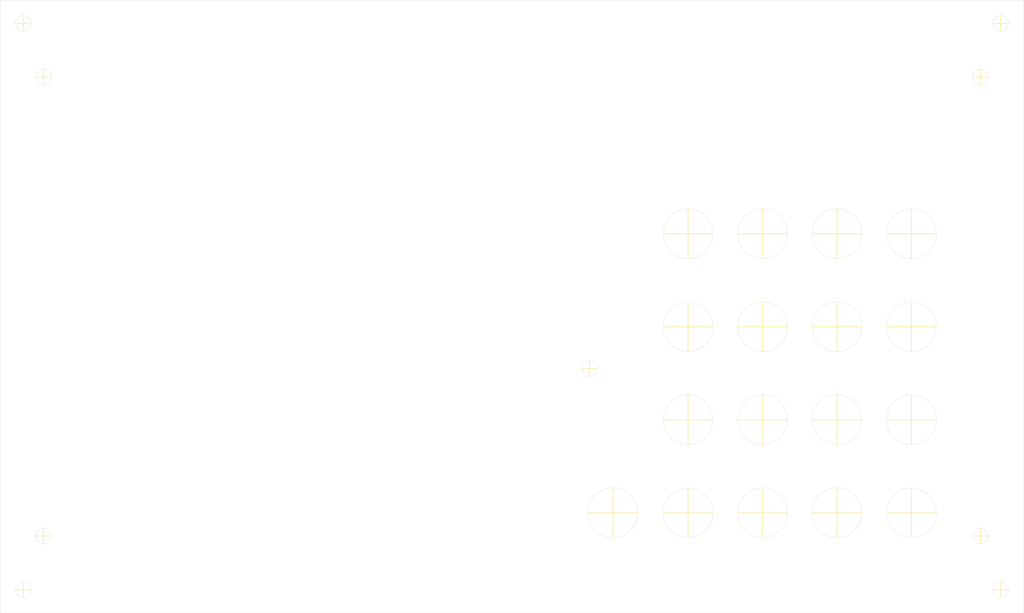
<source format=kicad_pcb>
(kicad_pcb (version 20171130) (host pcbnew "(6.0.0-rc1-dev-1497-g419718b59)")

  (general
    (thickness 1.6)
    (drawings 82)
    (tracks 0)
    (zones 0)
    (modules 0)
    (nets 1)
  )

  (page A4)
  (layers
    (0 F.Cu signal)
    (31 B.Cu signal)
    (32 B.Adhes user hide)
    (33 F.Adhes user hide)
    (34 B.Paste user hide)
    (35 F.Paste user hide)
    (36 B.SilkS user)
    (37 F.SilkS user)
    (38 B.Mask user)
    (39 F.Mask user)
    (40 Dwgs.User user hide)
    (41 Cmts.User user hide)
    (42 Eco1.User user hide)
    (43 Eco2.User user hide)
    (44 Edge.Cuts user)
    (45 Margin user hide)
    (46 B.CrtYd user)
    (47 F.CrtYd user)
    (48 B.Fab user)
    (49 F.Fab user)
  )

  (setup
    (last_trace_width 0.4)
    (user_trace_width 0.5)
    (user_trace_width 1)
    (trace_clearance 0.2)
    (zone_clearance 0.508)
    (zone_45_only no)
    (trace_min 0.2)
    (via_size 0.8)
    (via_drill 0.4)
    (via_min_size 0.4)
    (via_min_drill 0.3)
    (user_via 1 0.6)
    (user_via 1.4 0.8)
    (uvia_size 0.3)
    (uvia_drill 0.1)
    (uvias_allowed no)
    (uvia_min_size 0.2)
    (uvia_min_drill 0.1)
    (edge_width 0.05)
    (segment_width 0.2)
    (pcb_text_width 0.3)
    (pcb_text_size 1.5 1.5)
    (mod_edge_width 0.12)
    (mod_text_size 1 1)
    (mod_text_width 0.15)
    (pad_size 1.524 1.524)
    (pad_drill 0.762)
    (pad_to_mask_clearance 0.051)
    (solder_mask_min_width 0.25)
    (aux_axis_origin 0 0)
    (visible_elements 7FFFFFFF)
    (pcbplotparams
      (layerselection 0x010f0_ffffffff)
      (usegerberextensions false)
      (usegerberattributes false)
      (usegerberadvancedattributes false)
      (creategerberjobfile false)
      (excludeedgelayer true)
      (linewidth 0.100000)
      (plotframeref false)
      (viasonmask false)
      (mode 1)
      (useauxorigin false)
      (hpglpennumber 1)
      (hpglpenspeed 20)
      (hpglpendiameter 15.000000)
      (psnegative false)
      (psa4output false)
      (plotreference true)
      (plotvalue true)
      (plotinvisibletext false)
      (padsonsilk false)
      (subtractmaskfromsilk false)
      (outputformat 1)
      (mirror false)
      (drillshape 0)
      (scaleselection 1)
      (outputdirectory "gerber/"))
  )

  (net 0 "")

  (net_class Default "Dies ist die voreingestellte Netzklasse."
    (clearance 0.2)
    (trace_width 0.4)
    (via_dia 0.8)
    (via_drill 0.4)
    (uvia_dia 0.3)
    (uvia_drill 0.1)
  )

  (gr_line (start 39.395 33.77) (end 248.895 33.77) (layer Edge.Cuts) (width 0.05))
  (gr_line (start 248.895 33.77) (end 248.895 159.27) (layer Edge.Cuts) (width 0.05))
  (gr_line (start 248.895 159.27) (end 39.395 159.27) (layer Edge.Cuts) (width 0.05))
  (gr_line (start 39.395 159.27) (end 39.395 33.77) (layer Edge.Cuts) (width 0.05))
  (gr_circle (center 44.145 38.52) (end 45.745 38.52) (layer Edge.Cuts) (width 0.05))
  (gr_line (start 42.545 38.52) (end 45.745 38.52) (layer F.SilkS) (width 0.15))
  (gr_line (start 44.145 36.92) (end 44.145 40.12) (layer F.SilkS) (width 0.15))
  (gr_circle (center 44.145 154.52) (end 45.745 154.52) (layer Edge.Cuts) (width 0.05))
  (gr_line (start 42.545 154.52) (end 45.745 154.52) (layer F.SilkS) (width 0.15))
  (gr_line (start 44.145 152.92) (end 44.145 156.12) (layer F.SilkS) (width 0.15))
  (gr_circle (center 244.145 38.52) (end 245.745 38.52) (layer Edge.Cuts) (width 0.05))
  (gr_line (start 242.545 38.52) (end 245.745 38.52) (layer F.SilkS) (width 0.15))
  (gr_line (start 244.145 36.92) (end 244.145 40.12) (layer F.SilkS) (width 0.15))
  (gr_circle (center 244.145 154.52) (end 245.745 154.52) (layer Edge.Cuts) (width 0.05))
  (gr_line (start 242.545 154.52) (end 245.745 154.52) (layer F.SilkS) (width 0.15))
  (gr_line (start 244.145 152.92) (end 244.145 156.12) (layer F.SilkS) (width 0.15))
  (gr_circle (center 225.893 138.771) (end 230.993 138.771) (layer Edge.Cuts) (width 0.05))
  (gr_line (start 220.793 138.771) (end 230.993 138.771) (layer F.SilkS) (width 0.15))
  (gr_line (start 225.893 133.671) (end 225.893 143.871) (layer F.SilkS) (width 0.15))
  (gr_circle (center 210.653 138.771) (end 215.753 138.771) (layer Edge.Cuts) (width 0.05))
  (gr_line (start 205.553 138.771) (end 215.753 138.771) (layer F.SilkS) (width 0.15))
  (gr_line (start 210.653 133.671) (end 210.653 143.871) (layer F.SilkS) (width 0.15))
  (gr_circle (center 195.413 138.771) (end 200.513 138.771) (layer Edge.Cuts) (width 0.05))
  (gr_line (start 190.313 138.771) (end 200.513 138.771) (layer F.SilkS) (width 0.15))
  (gr_line (start 195.413 133.671) (end 195.413 143.871) (layer F.SilkS) (width 0.15))
  (gr_circle (center 180.173 138.771) (end 185.273 138.771) (layer Edge.Cuts) (width 0.05))
  (gr_line (start 175.073 138.771) (end 185.273 138.771) (layer F.SilkS) (width 0.15))
  (gr_line (start 180.173 133.671) (end 180.173 143.871) (layer F.SilkS) (width 0.15))
  (gr_circle (center 164.806 138.771) (end 169.906 138.771) (layer Edge.Cuts) (width 0.05))
  (gr_line (start 159.706 138.771) (end 169.906 138.771) (layer F.SilkS) (width 0.15))
  (gr_line (start 164.806 133.671) (end 164.806 143.871) (layer F.SilkS) (width 0.15))
  (gr_circle (center 225.893 119.721) (end 230.993 119.721) (layer Edge.Cuts) (width 0.05))
  (gr_line (start 220.793 119.721) (end 230.993 119.721) (layer F.SilkS) (width 0.15))
  (gr_line (start 225.893 114.621) (end 225.893 124.821) (layer F.SilkS) (width 0.15))
  (gr_circle (center 210.653 119.721) (end 215.753 119.721) (layer Edge.Cuts) (width 0.05))
  (gr_line (start 205.553 119.721) (end 215.753 119.721) (layer F.SilkS) (width 0.15))
  (gr_line (start 210.653 114.621) (end 210.653 124.821) (layer F.SilkS) (width 0.15))
  (gr_circle (center 195.413 119.721) (end 200.513 119.721) (layer Edge.Cuts) (width 0.05))
  (gr_line (start 190.313 119.721) (end 200.513 119.721) (layer F.SilkS) (width 0.15))
  (gr_line (start 195.413 114.621) (end 195.413 124.821) (layer F.SilkS) (width 0.15))
  (gr_circle (center 180.173 119.721) (end 185.273 119.721) (layer Edge.Cuts) (width 0.05))
  (gr_line (start 175.073 119.721) (end 185.273 119.721) (layer F.SilkS) (width 0.15))
  (gr_line (start 180.173 114.621) (end 180.173 124.821) (layer F.SilkS) (width 0.15))
  (gr_circle (center 225.893 100.671) (end 230.993 100.671) (layer Edge.Cuts) (width 0.05))
  (gr_line (start 220.793 100.671) (end 230.993 100.671) (layer F.SilkS) (width 0.15))
  (gr_line (start 225.893 95.571) (end 225.893 105.771) (layer F.SilkS) (width 0.15))
  (gr_circle (center 210.653 100.671) (end 215.753 100.671) (layer Edge.Cuts) (width 0.05))
  (gr_line (start 205.553 100.671) (end 215.753 100.671) (layer F.SilkS) (width 0.15))
  (gr_line (start 210.653 95.571) (end 210.653 105.771) (layer F.SilkS) (width 0.15))
  (gr_circle (center 195.413 100.671) (end 200.513 100.671) (layer Edge.Cuts) (width 0.05))
  (gr_line (start 190.313 100.671) (end 200.513 100.671) (layer F.SilkS) (width 0.15))
  (gr_line (start 195.413 95.571) (end 195.413 105.771) (layer F.SilkS) (width 0.15))
  (gr_circle (center 180.173 100.671) (end 185.273 100.671) (layer Edge.Cuts) (width 0.05))
  (gr_line (start 175.073 100.671) (end 185.273 100.671) (layer F.SilkS) (width 0.15))
  (gr_line (start 180.173 95.571) (end 180.173 105.771) (layer F.SilkS) (width 0.15))
  (gr_circle (center 225.893 81.621) (end 230.993 81.621) (layer Edge.Cuts) (width 0.05))
  (gr_line (start 220.793 81.621) (end 230.993 81.621) (layer F.SilkS) (width 0.15))
  (gr_line (start 225.893 76.521) (end 225.893 86.721) (layer F.SilkS) (width 0.15))
  (gr_circle (center 210.653 81.621) (end 215.753 81.621) (layer Edge.Cuts) (width 0.05))
  (gr_line (start 205.553 81.621) (end 215.753 81.621) (layer F.SilkS) (width 0.15))
  (gr_line (start 210.653 76.521) (end 210.653 86.721) (layer F.SilkS) (width 0.15))
  (gr_circle (center 195.413 81.621) (end 200.513 81.621) (layer Edge.Cuts) (width 0.05))
  (gr_line (start 190.313 81.621) (end 200.513 81.621) (layer F.SilkS) (width 0.15))
  (gr_line (start 195.413 76.521) (end 195.413 86.721) (layer F.SilkS) (width 0.15))
  (gr_circle (center 180.173 81.621) (end 185.273 81.621) (layer Edge.Cuts) (width 0.05))
  (gr_line (start 175.073 81.621) (end 185.273 81.621) (layer F.SilkS) (width 0.15))
  (gr_line (start 180.173 76.521) (end 180.173 86.721) (layer F.SilkS) (width 0.15))
  (gr_circle (center 160.02 109.22) (end 161.62 109.22) (layer Edge.Cuts) (width 0.05))
  (gr_line (start 158.42 109.22) (end 161.62 109.22) (layer F.SilkS) (width 0.15))
  (gr_line (start 160.02 107.62) (end 160.02 110.82) (layer F.SilkS) (width 0.15))
  (gr_circle (center 48.26 143.51) (end 49.86 143.51) (layer Edge.Cuts) (width 0.05))
  (gr_line (start 46.66 143.51) (end 49.86 143.51) (layer F.SilkS) (width 0.15))
  (gr_line (start 48.26 141.91) (end 48.26 145.11) (layer F.SilkS) (width 0.15))
  (gr_circle (center 240.03 143.51) (end 241.63 143.51) (layer Edge.Cuts) (width 0.05))
  (gr_line (start 238.43 143.51) (end 241.63 143.51) (layer F.SilkS) (width 0.15))
  (gr_line (start 240.03 141.91) (end 240.03 145.11) (layer F.SilkS) (width 0.15))
  (gr_circle (center 240.03 49.53) (end 241.63 49.53) (layer Edge.Cuts) (width 0.05))
  (gr_line (start 238.43 49.53) (end 241.63 49.53) (layer F.SilkS) (width 0.15))
  (gr_line (start 240.03 47.93) (end 240.03 51.13) (layer F.SilkS) (width 0.15))
  (gr_circle (center 48.26 49.53) (end 49.86 49.53) (layer Edge.Cuts) (width 0.05))
  (gr_line (start 46.66 49.53) (end 49.86 49.53) (layer F.SilkS) (width 0.15))
  (gr_line (start 48.26 47.93) (end 48.26 51.13) (layer F.SilkS) (width 0.15))

)

</source>
